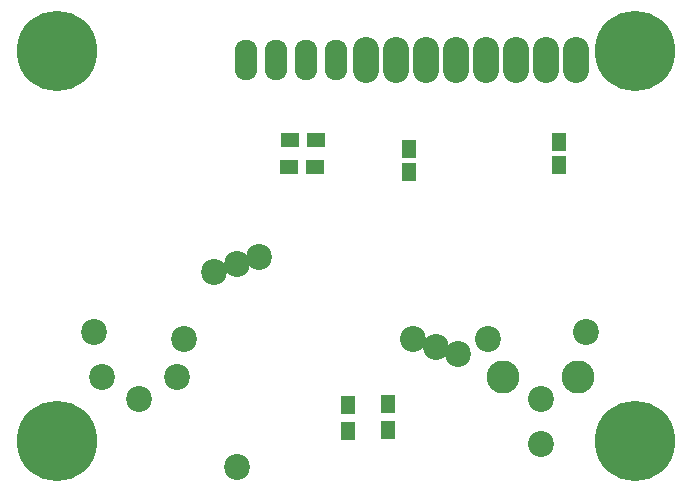
<source format=gts>
G04 #@! TF.FileFunction,Soldermask,Top*
%FSLAX46Y46*%
G04 Gerber Fmt 4.6, Leading zero omitted, Abs format (unit mm)*
G04 Created by KiCad (PCBNEW 4.0.6) date 08/02/17 17:45:47*
%MOMM*%
%LPD*%
G01*
G04 APERTURE LIST*
%ADD10C,0.100000*%
%ADD11C,2.198320*%
%ADD12C,2.200000*%
%ADD13C,2.800000*%
%ADD14R,1.150000X1.600000*%
%ADD15O,1.924000X3.448000*%
%ADD16O,2.200860X3.900120*%
%ADD17R,1.600000X1.300000*%
%ADD18R,1.300000X1.600000*%
%ADD19C,6.800000*%
G04 APERTURE END LIST*
D10*
D11*
X114810000Y-88365000D03*
X114175000Y-91540000D03*
X111000000Y-93445000D03*
X107825000Y-91540000D03*
X107190000Y-87730000D03*
X119255000Y-99160000D03*
X119255000Y-82015000D03*
X117350000Y-82650000D03*
X121160000Y-81380000D03*
D12*
X140555000Y-88365000D03*
D13*
X141825000Y-91540000D03*
D12*
X145000000Y-93445000D03*
D13*
X148175000Y-91540000D03*
D12*
X148810000Y-87730000D03*
X145000000Y-97225000D03*
X136110000Y-89000000D03*
X138015000Y-89635000D03*
X134205000Y-88365000D03*
D14*
X133858000Y-72296000D03*
X133858000Y-74196000D03*
D15*
X125095000Y-64770000D03*
X127635000Y-64770000D03*
D16*
X140335000Y-64770000D03*
X142875000Y-64770000D03*
X145415000Y-64770000D03*
X147955000Y-64770000D03*
D14*
X146558000Y-71694000D03*
X146558000Y-73594000D03*
D17*
X123700000Y-73800000D03*
X125900000Y-73800000D03*
D16*
X130175000Y-64770000D03*
X132715000Y-64770000D03*
X135255000Y-64770000D03*
X137795000Y-64770000D03*
D15*
X120015000Y-64770000D03*
X122555000Y-64770000D03*
D18*
X128651000Y-96139000D03*
X128651000Y-93939000D03*
X132080000Y-93896000D03*
X132080000Y-96096000D03*
D17*
X125950000Y-71500000D03*
X123750000Y-71500000D03*
D19*
X104000000Y-64000000D03*
X104000000Y-97000000D03*
X153000000Y-64000000D03*
X153000000Y-97000000D03*
M02*

</source>
